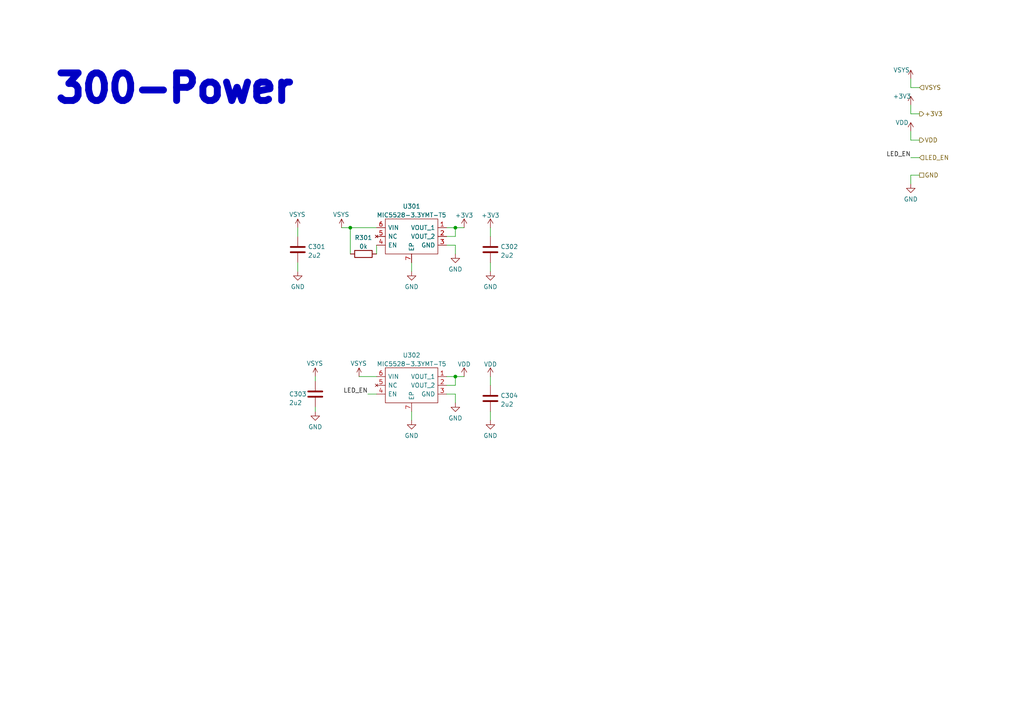
<source format=kicad_sch>
(kicad_sch (version 20211123) (generator eeschema)
  (paper "A4")
  (title_block (title "PMK_Keyboard") (date "2023-02-06") (rev "HW00") (company "PumaCorp") (comment 1 "Design by: NdG"))
  (lib_symbols
    (symbol "Component lib:C" (pin_numbers hide) (pin_names (offset 0.254))
      (property "Reference" "C" (at 0.635 -1.27 0))
      (property "Value" "C" (at 0.635 -6.35 0))
      (symbol "C_0_1"
        (polyline (pts (xy -2.032 -4.572) (xy 2.032 -4.572)) (stroke (width 0.508)))
        (polyline (pts (xy -2.032 -3.048) (xy 2.032 -3.048)) (stroke (width 0.508)))
      )
      (symbol "C_1_1"
        (pin passive line (at 0 0 270) (length 2.794) (name "~") (number "1"))
        (pin passive line (at 0 -7.62 90) (length 2.794) (name "~") (number "2"))
      )
    )
    (symbol "Component lib:MIC5528-3.3YMT-T5" (pin_names (offset 0.762))
      (property "Reference" "U" (at 2.54 5.08 0))
      (property "Value" "MIC5528-3.3YMT-T5" (at 12.7 5.08 0))
      (symbol "MIC5528-3.3YMT-T5_0_0"
        (pin passive line (at 20.32 0 180) (length 2.54) (name "VOUT_1") (number "1"))
        (pin passive line (at 20.32 -2.54 180) (length 2.54) (name "VOUT_2") (number "2"))
        (pin passive line (at 20.32 -5.08 180) (length 2.54) (name "GND") (number "3"))
        (pin passive line (at 0 -5.08 0) (length 2.54) (name "EN") (number "4"))
        (pin no_connect line (at 0 -2.54 0) (length 2.54) (name "NC") (number "5"))
        (pin passive line (at 0 0 0) (length 2.54) (name "VIN") (number "6"))
        (pin passive line (at 10.16 -10.16 90) (length 2.54) (name "EP") (number "7"))
      )
      (symbol "MIC5528-3.3YMT-T5_0_1"
        (rectangle (start 2.54 2.54) (end 17.78 -7.62) (stroke (width 0.1524)))
      )
    )
    (symbol "Component lib:R" (pin_numbers hide) (pin_names (offset 0))
      (property "Reference" "R" (at 2.032 -3.81 90))
      (property "Value" "R" (at 0 -3.81 90))
      (symbol "R_0_1"
        (rectangle (start -1.016 -6.35) (end 1.016 -1.27) (stroke (width 0.254)))
      )
      (symbol "R_1_1"
        (pin passive line (at 0 0 270) (length 1.27) (name "~") (number "1"))
        (pin passive line (at 0 -7.62 90) (length 1.27) (name "~") (number "2"))
      )
    )
    (symbol "Component_lib:VSYS" (power) (pin_numbers hide) (in_bom no) (on_board no)
      (property "Value" "VSYS" (at 0 3.81 0))
      (symbol "VSYS_0_0"
        (pin passive line (at 0 0 90) (length 2.54) hide (name "") (number ""))
      )
      (symbol "VSYS_0_1"
        (polyline (pts (xy 0 0) (xy 0 2.54) (xy 0.635 1.27) (xy 0 2.54) (xy -0.635 1.27)) (stroke (width 0.1524)))
      )
    )
    (symbol "power:+3V3" (power) (pin_names (offset 0))
      (property "Value" "+3V3" (at 0 3.556 0))
      (symbol "+3V3_0_1"
        (polyline (pts (xy -0.762 1.27) (xy 0 2.54)))
        (polyline (pts (xy 0 0) (xy 0 2.54)))
        (polyline (pts (xy 0 2.54) (xy 0.762 1.27)))
      )
      (symbol "+3V3_1_1"
        (pin power_in line (at 0 0 90) (length 0) hide (name "+3V3") (number "1"))
      )
    )
    (symbol "power:GND" (power) (pin_names (offset 0))
      (property "Value" "GND" (at 0 -3.81 0))
      (symbol "GND_0_1"
        (polyline (pts (xy 0 0) (xy 0 -1.27) (xy 1.27 -1.27) (xy 0 -2.54) (xy -1.27 -1.27) (xy 0 -1.27)))
      )
      (symbol "GND_1_1"
        (pin power_in line (at 0 0 270) (length 0) hide (name "GND") (number "1"))
      )
    )
    (symbol "power:VDD" (power) (pin_names (offset 0))
      (property "Value" "VDD" (at 0 3.81 0))
      (symbol "VDD_0_1"
        (polyline (pts (xy -0.762 1.27) (xy 0 2.54)))
        (polyline (pts (xy 0 0) (xy 0 2.54)))
        (polyline (pts (xy 0 2.54) (xy 0.762 1.27)))
      )
      (symbol "VDD_1_1"
        (pin power_in line (at 0 0 90) (length 0) hide (name "VDD") (number "1"))
      )
    )
  )
  (junction (at 101.6 66.04))
  (junction (at 132.08 66.04))
  (junction (at 132.08 109.22))
  (wire (pts (xy 101.6 66.04) (xy 101.6 73.66)))
  (wire (pts (xy 132.08 116.84) (xy 132.08 114.3)))
  (wire (pts (xy 129.54 68.58) (xy 132.08 68.58)))
  (wire (pts (xy 264.16 53.34) (xy 264.16 50.8)))
  (wire (pts (xy 142.24 66.04) (xy 142.24 68.58)))
  (wire (pts (xy 109.22 73.66) (xy 109.22 71.12)))
  (wire (pts (xy 86.36 76.2) (xy 86.36 78.74)))
  (wire (pts (xy 264.16 38.1) (xy 264.16 40.64)))
  (wire (pts (xy 119.38 119.38) (xy 119.38 121.92)))
  (wire (pts (xy 264.16 40.64) (xy 266.7 40.64)))
  (wire (pts (xy 142.24 109.22) (xy 142.24 111.76)))
  (wire (pts (xy 129.54 109.22) (xy 132.08 109.22)))
  (wire (pts (xy 129.54 66.04) (xy 132.08 66.04)))
  (wire (pts (xy 264.16 25.4) (xy 266.7 25.4)))
  (wire (pts (xy 129.54 71.12) (xy 132.08 71.12)))
  (wire (pts (xy 264.16 50.8) (xy 266.7 50.8)))
  (wire (pts (xy 99.06 66.04) (xy 101.6 66.04)))
  (wire (pts (xy 129.54 111.76) (xy 132.08 111.76)))
  (wire (pts (xy 132.08 66.04) (xy 134.62 66.04)))
  (wire (pts (xy 91.44 118.11) (xy 91.44 119.38)))
  (wire (pts (xy 264.16 45.72) (xy 266.7 45.72)))
  (wire (pts (xy 104.14 109.22) (xy 109.22 109.22)))
  (wire (pts (xy 91.44 109.22) (xy 91.44 110.49)))
  (wire (pts (xy 132.08 68.58) (xy 132.08 66.04)))
  (wire (pts (xy 132.08 71.12) (xy 132.08 73.66)))
  (wire (pts (xy 142.24 76.2) (xy 142.24 78.74)))
  (wire (pts (xy 132.08 111.76) (xy 132.08 109.22)))
  (wire (pts (xy 101.6 66.04) (xy 109.22 66.04)))
  (wire (pts (xy 264.16 22.86) (xy 264.16 25.4)))
  (wire (pts (xy 132.08 109.22) (xy 134.62 109.22)))
  (wire (pts (xy 132.08 114.3) (xy 129.54 114.3)))
  (wire (pts (xy 142.24 119.38) (xy 142.24 121.92)))
  (wire (pts (xy 264.16 30.48) (xy 264.16 33.02)))
  (wire (pts (xy 106.68 114.3) (xy 109.22 114.3)))
  (wire (pts (xy 264.16 33.02) (xy 266.7 33.02)))
  (wire (pts (xy 86.36 66.04) (xy 86.36 68.58)))
  (wire (pts (xy 119.38 76.2) (xy 119.38 78.74)))
  (text "300-Power\n" (at 15.24 30.48 0) (effects (font (size 8 8) (thickness 3) bold) (justify left bottom)))
  (label "LED_EN" (at 106.68 114.3 180))
  (label "LED_EN" (at 264.16 45.72 180))
  (hierarchical_label "VDD" (shape output) (at 266.7 40.64 0))
  (hierarchical_label "+3V3" (shape output) (at 266.7 33.02 0))
  (hierarchical_label "VSYS" (shape input) (at 266.7 25.4 0))
  (hierarchical_label "GND" (shape passive) (at 266.7 50.8 0))
  (hierarchical_label "LED_EN" (shape input) (at 266.7 45.72 0))
  (symbol (lib_id "power:GND") (at 264.16 53.34 0) (unit 1)
    (property "Reference" "#PWR0303" (effects hide))
    (property "Value" "GND" (at 264.16 57.7834 0))
  )
  (symbol (lib_id "power:+3V3") (at 142.24 66.04 0) (unit 1)
    (property "Reference" "#PWR0305" (effects hide))
    (property "Value" "+3V3" (at 142.24 62.4642 0))
  )
  (symbol (lib_id "power:VDD") (at 134.62 109.22 0) (unit 1)
    (property "Reference" "#PWR0310" (effects hide))
    (property "Value" "VDD" (at 134.62 105.6442 0))
  )
  (symbol (lib_id "Component lib:MIC5528-3.3YMT-T5") (at 109.22 109.22 0) (unit 1)
    (property "Reference" "U302" (at 119.38 103.031 0))
    (property "Value" "MIC5528-3.3YMT-T5" (at 119.38 105.5679 0))
    (property "Footprint" "Component_lib:SON40P120X120X60-7N-D" (effects hide))
    (property "Datasheet" "https://www.mouser.ch/datasheet/2/268/MIC5528_High_Performance_500mA_LDO_in_Thin_and_Ext-1891284.pdf" (effects hide))
    (property "Description" "LDO Voltage Regulators Single, 500mA LDO w/ Auto Discharge & Internal Enable Pulldown" (effects hide))
    (property "Height" "0.6" (effects hide))
    (property "Mouser Part Number" "998-MIC5528-3.3YMTT5" (effects hide))
    (property "Mouser Price/Stock" "https://www.mouser.co.uk/ProductDetail/Microchip-Technology/MIC5528-33YMT-T5?qs=U6T8BxXiZAUrsVLummtswg%3D%3D" (effects hide))
    (property "Manufacturer_Name" "Microchip" (effects hide))
    (property "Manufacturer_Part_Number" "MIC5528-3.3YMT-T5" (effects hide))
  )
  (symbol (lib_id "power:+3V3") (at 264.16 30.48 0) (unit 1)
    (property "Reference" "#PWR0301" (effects hide))
    (property "Value" "+3V3" (at 261.62 27.94 0))
  )
  (symbol (lib_id "Component_lib:VSYS") (at 86.36 66.04 0) (unit 1) (in_bom no) (on_board no)
    (property "Reference" "VSYS0303" (effects hide))
    (property "Value" "VSYS" (at 83.82 62.23 0) (effects (justify left)))
  )
  (symbol (lib_id "power:GND") (at 119.38 121.92 0) (unit 1)
    (property "Reference" "#PWR0315" (effects hide))
    (property "Value" "GND" (at 119.38 126.3634 0))
  )
  (symbol (lib_id "power:VDD") (at 264.16 38.1 0) (unit 1)
    (property "Reference" "#PWR0302" (effects hide))
    (property "Value" "VDD" (at 261.62 35.56 0))
  )
  (symbol (lib_id "power:GND") (at 86.36 78.74 0) (unit 1)
    (property "Reference" "#PWR0307" (effects hide))
    (property "Value" "GND" (at 86.36 83.1834 0))
  )
  (symbol (lib_id "power:GND") (at 142.24 121.92 0) (unit 1)
    (property "Reference" "#PWR0314" (effects hide))
    (property "Value" "GND" (at 142.24 126.3634 0))
  )
  (symbol (lib_id "Component lib:C") (at 142.24 111.76 0) (unit 1)
    (property "Reference" "C304" (at 145.161 114.7353 0) (effects (justify left)))
    (property "Value" "2u2" (at 145.161 117.2722 0) (effects (justify left)))
    (property "Footprint" "Capacitor_SMD:C_0603_1608Metric" (effects hide))
  )
  (symbol (lib_id "power:GND") (at 142.24 78.74 0) (unit 1)
    (property "Reference" "#PWR0308" (effects hide))
    (property "Value" "GND" (at 142.24 83.1834 0))
  )
  (symbol (lib_id "Component_lib:VSYS") (at 264.16 22.86 0) (unit 1) (in_bom no) (on_board no)
    (property "Reference" "VSYS0301" (effects hide))
    (property "Value" "VSYS" (at 259.08 20.32 0) (effects (justify left)))
  )
  (symbol (lib_id "Component_lib:VSYS") (at 91.44 109.22 0) (unit 1) (in_bom no) (on_board no)
    (property "Reference" "VSYS0305" (effects hide))
    (property "Value" "VSYS" (at 88.9 105.41 0) (effects (justify left)))
  )
  (symbol (lib_id "Component_lib:VSYS") (at 104.14 109.22 0) (unit 1) (in_bom no) (on_board no)
    (property "Reference" "VSYS0304" (effects hide))
    (property "Value" "VSYS" (at 101.6 105.41 0) (effects (justify left)))
  )
  (symbol (lib_id "Component lib:MIC5528-3.3YMT-T5") (at 109.22 66.04 0) (unit 1)
    (property "Reference" "U301" (at 119.38 59.851 0))
    (property "Value" "MIC5528-3.3YMT-T5" (at 119.38 62.3879 0))
    (property "Footprint" "Component_lib:SON40P120X120X60-7N-D" (effects hide))
    (property "Datasheet" "https://www.mouser.ch/datasheet/2/268/MIC5528_High_Performance_500mA_LDO_in_Thin_and_Ext-1891284.pdf" (effects hide))
    (property "Description" "LDO Voltage Regulators Single, 500mA LDO w/ Auto Discharge & Internal Enable Pulldown" (effects hide))
    (property "Height" "0.6" (effects hide))
    (property "Mouser Part Number" "998-MIC5528-3.3YMTT5" (effects hide))
    (property "Mouser Price/Stock" "https://www.mouser.co.uk/ProductDetail/Microchip-Technology/MIC5528-33YMT-T5?qs=U6T8BxXiZAUrsVLummtswg%3D%3D" (effects hide))
    (property "Manufacturer_Name" "Microchip" (effects hide))
    (property "Manufacturer_Part_Number" "MIC5528-3.3YMT-T5" (effects hide))
  )
  (symbol (lib_id "power:GND") (at 132.08 116.84 0) (unit 1)
    (property "Reference" "#PWR0312" (effects hide))
    (property "Value" "GND" (at 132.08 121.2834 0))
  )
  (symbol (lib_id "Component_lib:VSYS") (at 99.06 66.04 0) (unit 1) (in_bom no) (on_board no)
    (property "Reference" "VSYS0302" (effects hide))
    (property "Value" "VSYS" (at 96.52 62.23 0) (effects (justify left)))
  )
  (symbol (lib_id "Component lib:C") (at 142.24 68.58 0) (unit 1)
    (property "Reference" "C302" (at 145.161 71.5553 0) (effects (justify left)))
    (property "Value" "2u2" (at 145.161 74.0922 0) (effects (justify left)))
    (property "Footprint" "Capacitor_SMD:C_0603_1608Metric" (effects hide))
  )
  (symbol (lib_id "Component lib:R") (at 101.6 73.66 90) (unit 1)
    (property "Reference" "R301" (at 105.41 68.9442 90))
    (property "Value" "0k" (at 105.41 71.4811 90))
    (property "Footprint" "Resistor_SMD:R_0201_0603Metric" (effects hide))
  )
  (symbol (lib_id "Component lib:C") (at 86.36 68.58 0) (unit 1)
    (property "Reference" "C301" (at 89.281 71.5553 0) (effects (justify left)))
    (property "Value" "2u2" (at 89.281 74.0922 0) (effects (justify left)))
    (property "Footprint" "Capacitor_SMD:C_0603_1608Metric" (effects hide))
  )
  (symbol (lib_id "power:GND") (at 132.08 73.66 0) (unit 1)
    (property "Reference" "#PWR0306" (effects hide))
    (property "Value" "GND" (at 132.08 78.1034 0))
  )
  (symbol (lib_id "power:GND") (at 91.44 119.38 0) (unit 1)
    (property "Reference" "#PWR0313" (effects hide))
    (property "Value" "GND" (at 91.44 123.8234 0))
  )
  (symbol (lib_id "power:VDD") (at 142.24 109.22 0) (unit 1)
    (property "Reference" "#PWR0311" (effects hide))
    (property "Value" "VDD" (at 142.24 105.6442 0))
  )
  (symbol (lib_id "Component lib:C") (at 91.44 110.49 0) (unit 1)
    (property "Reference" "C303" (at 83.82 114.3031 0) (effects (justify left)))
    (property "Value" "2u2" (at 83.82 116.84 0) (effects (justify left)))
    (property "Footprint" "Capacitor_SMD:C_0603_1608Metric" (effects hide))
  )
  (symbol (lib_id "power:+3V3") (at 134.62 66.04 0) (unit 1)
    (property "Reference" "#PWR0304" (effects hide))
    (property "Value" "+3V3" (at 134.62 62.4642 0))
  )
  (symbol (lib_id "power:GND") (at 119.38 78.74 0) (unit 1)
    (property "Reference" "#PWR0309" (effects hide))
    (property "Value" "GND" (at 119.38 83.1834 0))
  )
)
</source>
